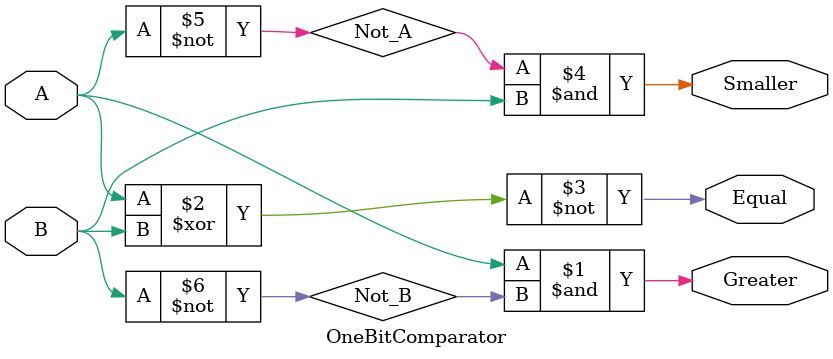
<source format=v>
module OneBitComparator (
	input A, B,
	output Greater, Equal, Smaller
);
	wire Not_A, Not_B;

	not(Not_A, A);
	not(Not_B, B);

	and(Greater, A, Not_B);
	xnor(Equal, A, B);
	and(Smaller, Not_A, B);
	
endmodule
</source>
